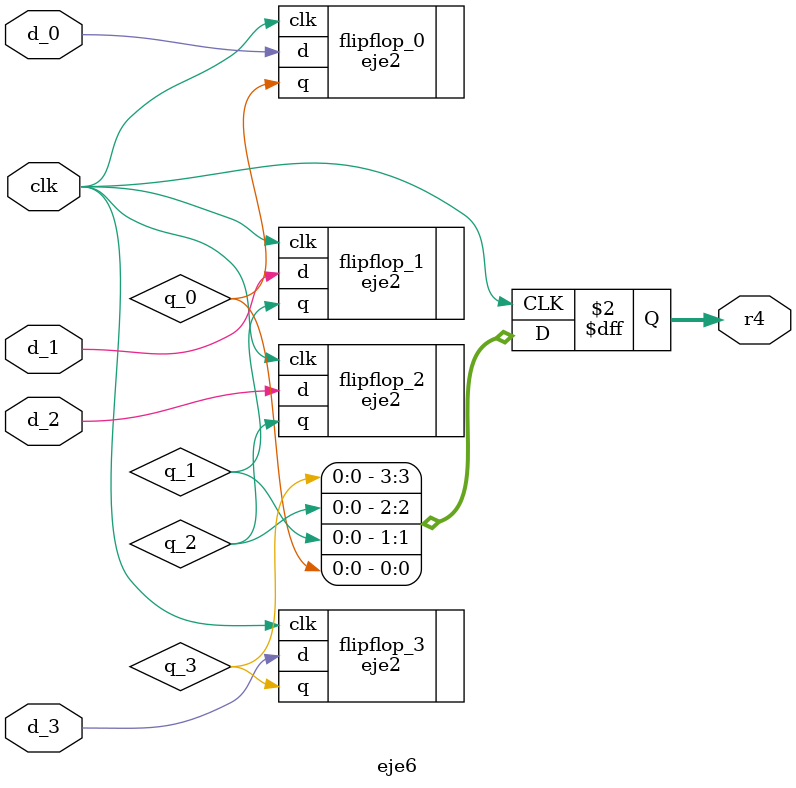
<source format=v>
`include "../eje2/eje2.v"
module eje6(
    input wire clk,     // Reloj
    input wire d_0,       // Entrada d_0
    input wire d_1,       // Entrada d_1
    input wire d_2,       // Entrada d_2
    input wire d_3,       // Entrada d_3
    output reg [3:0] r4 // Registros de 4 bits
);

wire q_0; // Salida q_0
wire q_1; // Salida q_1
wire q_2; // Salida q_2
wire q_3; // Salida q_3

eje2 flipflop_0(
    .clk(clk),
    .d(d_0),
    .q(q_0)
    
);

eje2 flipflop_1(
    .clk(clk),
    .d(d_1),
    .q(q_1) 
);

eje2 flipflop_2(
    .clk(clk),
    .d(d_2),
    .q(q_2)
);

eje2 flipflop_3(
    .clk(clk),
    .d(d_3),
    .q(q_3)
);

always @(posedge clk) begin
    r4 <= {q_3, q_2, q_1, q_0}; // Asignación de las salidas a los registros de 4 bits
end

endmodule
</source>
